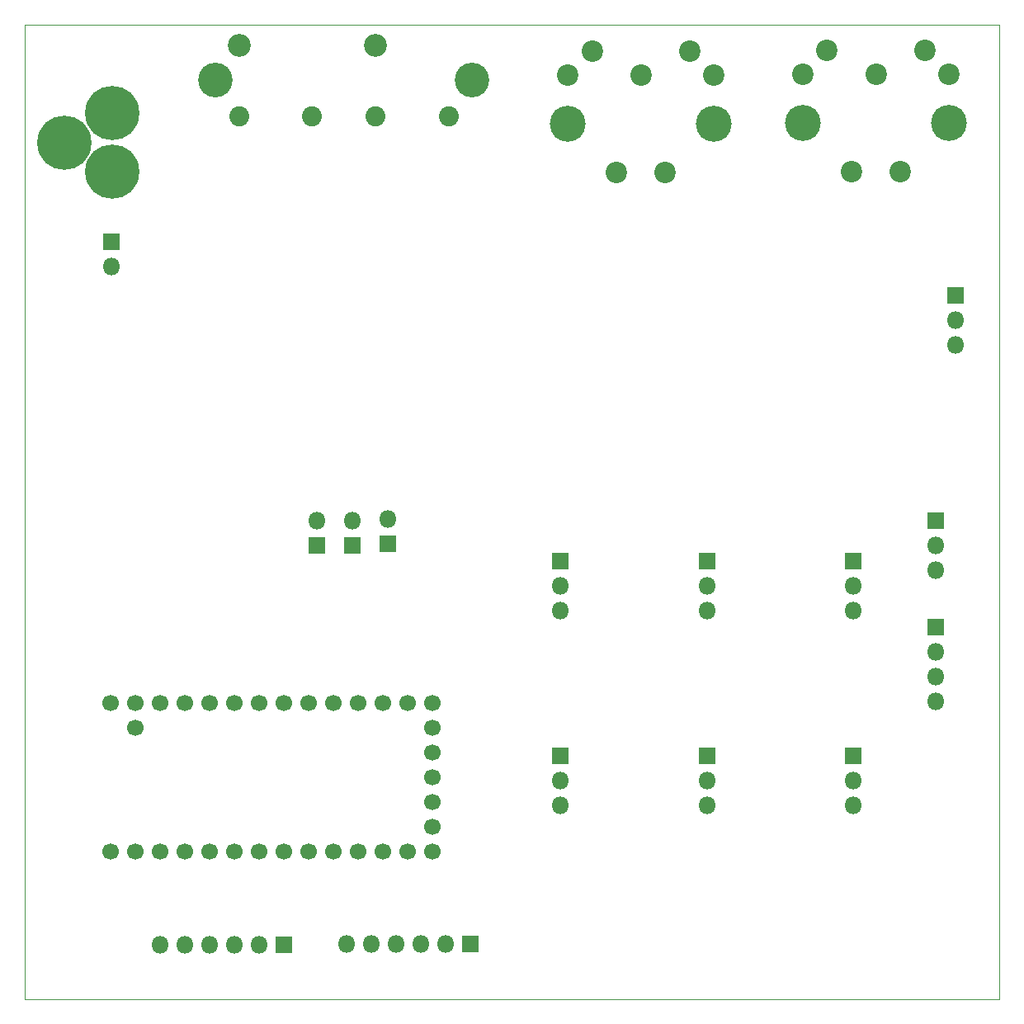
<source format=gbr>
%TF.GenerationSoftware,KiCad,Pcbnew,(5.1.6)-1*%
%TF.CreationDate,2020-08-11T23:20:14+02:00*%
%TF.ProjectId,AudioBoard,41756469-6f42-46f6-9172-642e6b696361,rev?*%
%TF.SameCoordinates,Original*%
%TF.FileFunction,Soldermask,Bot*%
%TF.FilePolarity,Negative*%
%FSLAX46Y46*%
G04 Gerber Fmt 4.6, Leading zero omitted, Abs format (unit mm)*
G04 Created by KiCad (PCBNEW (5.1.6)-1) date 2020-08-11 23:20:14*
%MOMM*%
%LPD*%
G01*
G04 APERTURE LIST*
%TA.AperFunction,Profile*%
%ADD10C,0.050000*%
%TD*%
%ADD11C,3.548200*%
%ADD12C,2.350000*%
%ADD13C,2.050000*%
%ADD14C,1.700000*%
%ADD15O,1.800000X1.800000*%
%ADD16R,1.800000X1.800000*%
%ADD17C,3.685000*%
%ADD18C,2.200000*%
%ADD19C,5.560000*%
G04 APERTURE END LIST*
D10*
X50000000Y-150000000D02*
X50000000Y-50000000D01*
X50000000Y-50000000D02*
X150000000Y-50000000D01*
X150000000Y-150000000D02*
X50000000Y-150000000D01*
X150000000Y-50000000D02*
X150000000Y-150000000D01*
D11*
%TO.C,J15*%
X95896000Y-55626000D03*
X69596000Y-55626000D03*
D12*
X71996000Y-52126000D03*
X85996000Y-52126000D03*
D13*
X71996000Y-59376000D03*
X79496000Y-59376000D03*
X85996000Y-59376000D03*
X93496000Y-59376000D03*
%TD*%
D14*
%TO.C,U1*%
X58826400Y-134823200D03*
X61366400Y-134823200D03*
X63906400Y-134823200D03*
X66446400Y-134823200D03*
X68986400Y-134823200D03*
X71526400Y-134823200D03*
X74066400Y-134823200D03*
X76606400Y-134823200D03*
X79146400Y-134823200D03*
X81686400Y-134823200D03*
X84226400Y-134823200D03*
X86766400Y-134823200D03*
X89306400Y-134823200D03*
X61366400Y-122123200D03*
X58826400Y-119583200D03*
X61366400Y-119583200D03*
X63906400Y-119583200D03*
X66446400Y-119583200D03*
X68986400Y-119583200D03*
X71526400Y-119583200D03*
X74066400Y-119583200D03*
X76606400Y-119583200D03*
X79146400Y-119583200D03*
X81686400Y-119583200D03*
X84226400Y-119583200D03*
X86766400Y-119583200D03*
X89306400Y-119583200D03*
X91846400Y-134823200D03*
X91846400Y-132283200D03*
X91846400Y-129743200D03*
X91846400Y-119583200D03*
X91846400Y-122123200D03*
X91846400Y-124663200D03*
X91846400Y-127203200D03*
%TD*%
D15*
%TO.C,JP4*%
X87274400Y-100736400D03*
D16*
X87274400Y-103276400D03*
%TD*%
D15*
%TO.C,JP3*%
X83616800Y-100838000D03*
D16*
X83616800Y-103378000D03*
%TD*%
D15*
%TO.C,JP2*%
X80010000Y-100838000D03*
D16*
X80010000Y-103378000D03*
%TD*%
D15*
%TO.C,JP1*%
X58877200Y-74828400D03*
D16*
X58877200Y-72288400D03*
%TD*%
D17*
%TO.C,J14*%
X129844800Y-60096400D03*
X144854800Y-60096400D03*
D18*
X134849800Y-65096400D03*
X139849800Y-65096400D03*
X132344800Y-52596400D03*
X142354800Y-52596400D03*
X129844800Y-55086400D03*
X137349800Y-55086400D03*
X144854800Y-55086400D03*
%TD*%
D17*
%TO.C,J13*%
X105741600Y-60178800D03*
X120751600Y-60178800D03*
D18*
X110746600Y-65178800D03*
X115746600Y-65178800D03*
X108241600Y-52678800D03*
X118251600Y-52678800D03*
X105741600Y-55168800D03*
X113246600Y-55168800D03*
X120751600Y-55168800D03*
%TD*%
D15*
%TO.C,J12*%
X105000000Y-110080000D03*
X105000000Y-107540000D03*
D16*
X105000000Y-105000000D03*
%TD*%
D15*
%TO.C,J11*%
X105000000Y-130080000D03*
X105000000Y-127540000D03*
D16*
X105000000Y-125000000D03*
%TD*%
D15*
%TO.C,J10*%
X120000000Y-110080000D03*
X120000000Y-107540000D03*
D16*
X120000000Y-105000000D03*
%TD*%
D15*
%TO.C,J9*%
X120000000Y-130080000D03*
X120000000Y-127540000D03*
D16*
X120000000Y-125000000D03*
%TD*%
D15*
%TO.C,J8*%
X135000000Y-110080000D03*
X135000000Y-107540000D03*
D16*
X135000000Y-105000000D03*
%TD*%
D15*
%TO.C,J7*%
X135000000Y-130080000D03*
X135000000Y-127540000D03*
D16*
X135000000Y-125000000D03*
%TD*%
D15*
%TO.C,J6*%
X145542000Y-82804000D03*
X145542000Y-80264000D03*
D16*
X145542000Y-77724000D03*
%TD*%
D19*
%TO.C,J5*%
X58951200Y-59094000D03*
X54051200Y-62144000D03*
X58951200Y-65094000D03*
%TD*%
D15*
%TO.C,J4*%
X143510000Y-105918000D03*
X143510000Y-103378000D03*
D16*
X143510000Y-100838000D03*
%TD*%
D15*
%TO.C,J3*%
X143510000Y-119380000D03*
X143510000Y-116840000D03*
X143510000Y-114300000D03*
D16*
X143510000Y-111760000D03*
%TD*%
D15*
%TO.C,J2*%
X83058000Y-144272000D03*
X85598000Y-144272000D03*
X88138000Y-144272000D03*
X90678000Y-144272000D03*
X93218000Y-144272000D03*
D16*
X95758000Y-144272000D03*
%TD*%
D15*
%TO.C,J1*%
X63906400Y-144424400D03*
X66446400Y-144424400D03*
X68986400Y-144424400D03*
X71526400Y-144424400D03*
X74066400Y-144424400D03*
D16*
X76606400Y-144424400D03*
%TD*%
M02*

</source>
